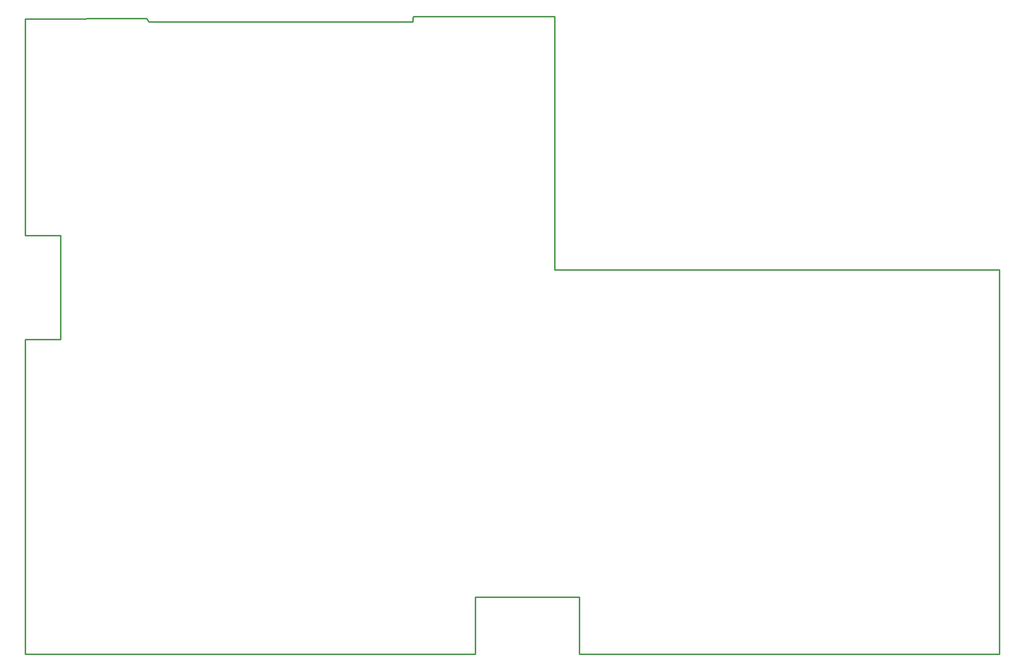
<source format=gbr>
G04 EAGLE Gerber RS-274X export*
G75*
%MOMM*%
%FSLAX34Y34*%
%LPD*%
%IN*%
%IPPOS*%
%AMOC8*
5,1,8,0,0,1.08239X$1,22.5*%
G01*
G04 Define Apertures*
%ADD10C,0.254000*%
D10*
X61087Y-511D02*
X847974Y-511D01*
X848293Y-192D01*
X848293Y100054D01*
X1030244Y100054D01*
X1030244Y0D01*
X1765100Y0D01*
X1765100Y672584D01*
X987251Y672584D01*
X987251Y1116376D01*
X740770Y1116376D01*
X739708Y1115314D01*
X739708Y1107690D01*
X276657Y1107690D01*
X273979Y1113182D01*
X61087Y1112670D01*
X61087Y733164D01*
X123202Y733164D01*
X123202Y551180D01*
X61087Y551180D01*
X61087Y-511D01*
M02*

</source>
